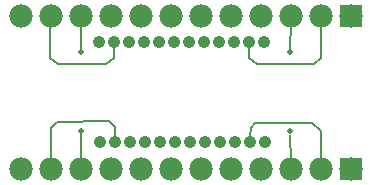
<source format=gbl>
G04 MADE WITH FRITZING*
G04 WWW.FRITZING.ORG*
G04 DOUBLE SIDED*
G04 HOLES PLATED*
G04 CONTOUR ON CENTER OF CONTOUR VECTOR*
%ASAXBY*%
%FSLAX23Y23*%
%MOIN*%
%OFA0B0*%
%SFA1.0B1.0*%
%ADD10C,0.042426*%
%ADD11C,0.078000*%
%ADD12C,0.018661*%
%ADD13R,0.078000X0.078000*%
%ADD14C,0.008000*%
%LNCOPPER0*%
G90*
G70*
G54D10*
X320Y148D03*
X370Y148D03*
X420Y148D03*
X470Y148D03*
X520Y148D03*
X570Y148D03*
X620Y148D03*
X670Y148D03*
X720Y148D03*
X770Y148D03*
X820Y148D03*
X870Y148D03*
X318Y481D03*
X368Y481D03*
X418Y481D03*
X468Y481D03*
X518Y481D03*
X568Y481D03*
X618Y481D03*
X668Y481D03*
X718Y481D03*
X768Y481D03*
X818Y481D03*
X868Y481D03*
G54D11*
X1155Y567D03*
X1055Y567D03*
X955Y567D03*
X855Y567D03*
X755Y567D03*
X655Y567D03*
X555Y567D03*
X455Y567D03*
X355Y567D03*
X255Y567D03*
X155Y567D03*
X55Y567D03*
X1155Y57D03*
X1055Y57D03*
X955Y57D03*
X855Y57D03*
X755Y57D03*
X655Y57D03*
X555Y57D03*
X455Y57D03*
X355Y57D03*
X255Y57D03*
X155Y57D03*
X55Y57D03*
G54D12*
X256Y184D03*
X954Y182D03*
X954Y447D03*
X256Y447D03*
G54D13*
X1155Y567D03*
X1155Y57D03*
G54D14*
X153Y428D02*
X181Y406D01*
D02*
X340Y406D02*
X368Y426D01*
D02*
X181Y406D02*
X340Y406D01*
D02*
X368Y426D02*
X368Y464D01*
D02*
X154Y543D02*
X153Y428D01*
D02*
X256Y458D02*
X255Y543D01*
D02*
X955Y543D02*
X954Y458D01*
D02*
X1055Y543D02*
X1055Y428D01*
D02*
X1033Y408D02*
X844Y408D01*
D02*
X1055Y428D02*
X1033Y408D01*
D02*
X844Y408D02*
X818Y426D01*
D02*
X818Y426D02*
X818Y464D01*
D02*
X178Y213D02*
X349Y215D01*
D02*
X349Y215D02*
X370Y195D01*
D02*
X155Y193D02*
X178Y213D01*
D02*
X370Y195D02*
X370Y165D01*
D02*
X155Y82D02*
X155Y193D01*
D02*
X256Y173D02*
X255Y82D01*
D02*
X954Y171D02*
X955Y82D01*
D02*
X838Y211D02*
X1027Y209D01*
D02*
X1027Y209D02*
X1055Y184D01*
D02*
X1055Y184D02*
X1055Y82D01*
D02*
X821Y165D02*
X822Y193D01*
D02*
X822Y193D02*
X838Y211D01*
G04 End of Copper0*
M02*
</source>
